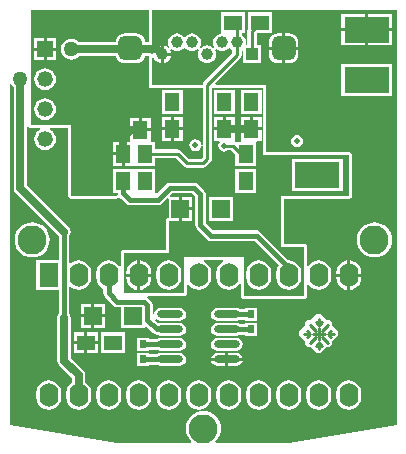
<source format=gtl>
%FSLAX25Y25*%
%MOIN*%
G70*
G01*
G75*
G04 Layer_Physical_Order=1*
G04 Layer_Color=255*
%ADD10O,0.08661X0.02362*%
%ADD11R,0.05000X0.06000*%
%ADD12C,0.01500*%
%ADD13C,0.01000*%
%ADD14C,0.02500*%
%ADD15O,0.06300X0.07874*%
%ADD16R,0.06300X0.07874*%
%ADD17C,0.03937*%
G04:AMPARAMS|DCode=18|XSize=78.74mil|YSize=78.74mil|CornerRadius=19.69mil|HoleSize=0mil|Usage=FLASHONLY|Rotation=180.000|XOffset=0mil|YOffset=0mil|HoleType=Round|Shape=RoundedRectangle|*
%AMROUNDEDRECTD18*
21,1,0.07874,0.03937,0,0,180.0*
21,1,0.03937,0.07874,0,0,180.0*
1,1,0.03937,-0.01969,0.01969*
1,1,0.03937,0.01969,0.01969*
1,1,0.03937,0.01969,-0.01969*
1,1,0.03937,-0.01969,-0.01969*
%
%ADD18ROUNDEDRECTD18*%
%ADD19R,0.03937X0.03937*%
%ADD20C,0.05200*%
%ADD21R,0.05200X0.05200*%
%ADD22R,0.02000X0.02500*%
%ADD23R,0.06000X0.06000*%
%ADD24R,0.06000X0.05000*%
%ADD25R,0.15000X0.08500*%
%ADD26C,0.09700*%
%ADD27C,0.05000*%
%ADD28C,0.02000*%
G36*
X48500Y135074D02*
X47118D01*
X47021Y135807D01*
X46724Y136524D01*
X46252Y137140D01*
X45636Y137613D01*
X44918Y137910D01*
X44149Y138011D01*
X40212D01*
X39442Y137910D01*
X38725Y137613D01*
X38109Y137140D01*
X37636Y136524D01*
X37339Y135807D01*
X37242Y135074D01*
X25142D01*
X24982Y135282D01*
X24255Y135840D01*
X23408Y136190D01*
X22500Y136310D01*
X21591Y136190D01*
X20745Y135840D01*
X20018Y135282D01*
X19460Y134555D01*
X19110Y133709D01*
X18990Y132800D01*
X19110Y131892D01*
X19460Y131045D01*
X20018Y130318D01*
X20745Y129760D01*
X21591Y129410D01*
X22500Y129290D01*
X23408Y129410D01*
X24255Y129760D01*
X24982Y130318D01*
X25142Y130526D01*
X37313D01*
X37339Y130330D01*
X37636Y129613D01*
X38109Y128997D01*
X38725Y128525D01*
X39442Y128227D01*
X40212Y128126D01*
X44149D01*
X44918Y128227D01*
X45636Y128525D01*
X46252Y128997D01*
X46724Y129613D01*
X47021Y130330D01*
X47047Y130526D01*
X48500D01*
Y120000D01*
X66291D01*
Y100977D01*
X65793Y100928D01*
X65793D01*
Y100928D01*
D01*
X65665Y101573D01*
X65228Y102227D01*
X64573Y102665D01*
X63800Y102819D01*
X63027Y102665D01*
X62372Y102227D01*
X61935Y101573D01*
X61781Y100800D01*
X61935Y100027D01*
X62372Y99373D01*
X63027Y98935D01*
X63800Y98781D01*
X64573Y98935D01*
X65228Y99373D01*
X65665Y100027D01*
X65793Y100672D01*
X66291Y100623D01*
Y96925D01*
X65675Y96309D01*
X61625D01*
X58967Y98967D01*
X58477Y99294D01*
X57900Y99409D01*
X50480D01*
Y101880D01*
X49000D01*
Y101880D01*
Y102000D01*
X49000Y102234D01*
X49000Y102234D01*
X49000D01*
Y105500D01*
X42000D01*
Y102254D01*
X42000Y102254D01*
X42000D01*
X42000Y102000D01*
X41900Y101900D01*
X40300D01*
Y97900D01*
Y93900D01*
X43166D01*
X43166Y93900D01*
Y93900D01*
X43300Y93900D01*
X43520Y93920D01*
X43520D01*
X43654Y93920D01*
X43654Y93920D01*
Y93920D01*
X50480D01*
Y96391D01*
X57275D01*
X59933Y93733D01*
X60422Y93406D01*
X61000Y93291D01*
X66300D01*
X66878Y93406D01*
X67367Y93733D01*
X67367Y93733D01*
X67367Y93733D01*
X68867Y95233D01*
X68867Y95233D01*
X68867Y95233D01*
X69194Y95723D01*
X69309Y96300D01*
Y120000D01*
X86500D01*
Y97500D01*
X115000D01*
Y84000D01*
X92500D01*
Y67000D01*
X100000D01*
Y50500D01*
X80000D01*
Y63500D01*
X60000D01*
Y51500D01*
X40000D01*
Y65000D01*
X55000D01*
Y75650D01*
X58350D01*
Y79650D01*
Y83650D01*
X55498D01*
X55307Y84112D01*
X55931Y84736D01*
X62669D01*
X63736Y83669D01*
Y74200D01*
X63736Y74200D01*
X63736D01*
X63870Y73525D01*
X64253Y72953D01*
X67853Y69353D01*
X68425Y68970D01*
X69100Y68836D01*
X83475D01*
X91574Y60737D01*
X91292Y60370D01*
X90876Y59365D01*
X90734Y58287D01*
Y56713D01*
X90876Y55635D01*
X91292Y54630D01*
X91954Y53767D01*
X92817Y53105D01*
X93822Y52689D01*
X94900Y52547D01*
X95978Y52689D01*
X96983Y53105D01*
X97846Y53767D01*
X98508Y54630D01*
X98924Y55635D01*
X99066Y56713D01*
Y58287D01*
X98924Y59365D01*
X98508Y60370D01*
X97846Y61233D01*
X96983Y61895D01*
X95978Y62311D01*
X94900Y62453D01*
X94854Y62446D01*
X85453Y71847D01*
X84881Y72230D01*
X84206Y72364D01*
X69831D01*
X67264Y74931D01*
Y84400D01*
X67130Y85075D01*
X66747Y85647D01*
X64647Y87747D01*
X64075Y88130D01*
X63400Y88264D01*
X55200D01*
X54525Y88130D01*
X53953Y87747D01*
X50942Y84737D01*
X50480Y84928D01*
Y92880D01*
X43634D01*
X43634Y92880D01*
Y92880D01*
X43520Y92880D01*
X43400D01*
X43280D01*
X43166Y92880D01*
X43166Y92880D01*
Y92880D01*
X36320D01*
Y84920D01*
X38036D01*
Y84800D01*
X38118Y84386D01*
X37801Y84000D01*
X22500D01*
Y107500D01*
X9000D01*
Y122724D01*
X9010Y122800D01*
X9000Y122876D01*
Y145783D01*
X48500D01*
Y135074D01*
D02*
G37*
G36*
X130983Y7622D02*
X95140Y1617D01*
X70675D01*
X70507Y2088D01*
X70592Y2158D01*
X71321Y3045D01*
X71862Y4058D01*
X72196Y5157D01*
X72308Y6300D01*
X72196Y7443D01*
X71862Y8542D01*
X71321Y9555D01*
X70592Y10442D01*
X69705Y11171D01*
X68692Y11712D01*
X67593Y12046D01*
X66450Y12158D01*
X65307Y12046D01*
X64208Y11712D01*
X63195Y11171D01*
X62308Y10442D01*
X61579Y9555D01*
X61038Y8542D01*
X60704Y7443D01*
X60592Y6300D01*
X60704Y5157D01*
X61038Y4058D01*
X61579Y3045D01*
X62308Y2158D01*
X62393Y2088D01*
X62225Y1617D01*
X37760D01*
X1917Y7622D01*
Y121075D01*
X2407Y121173D01*
X2460Y121045D01*
X3018Y120318D01*
X3226Y120158D01*
Y86500D01*
X3226Y86500D01*
X3226D01*
X3399Y85630D01*
X3892Y84892D01*
X18236Y70548D01*
Y62417D01*
X10770D01*
Y52583D01*
X18236D01*
Y44674D01*
X17899Y44170D01*
X17726Y43300D01*
Y29000D01*
X17726Y29000D01*
X17726D01*
X17899Y28130D01*
X18392Y27392D01*
X22626Y23158D01*
Y21748D01*
X21954Y21233D01*
X21292Y20370D01*
X20876Y19365D01*
X20734Y18287D01*
Y16713D01*
X20876Y15635D01*
X21292Y14630D01*
X21954Y13767D01*
X22817Y13105D01*
X23822Y12689D01*
X24900Y12547D01*
X25978Y12689D01*
X26983Y13105D01*
X27845Y13767D01*
X28508Y14630D01*
X28924Y15635D01*
X29066Y16713D01*
Y18287D01*
X28924Y19365D01*
X28508Y20370D01*
X27845Y21233D01*
X27174Y21748D01*
Y24100D01*
X27001Y24970D01*
X26508Y25708D01*
X22274Y29942D01*
Y43300D01*
X22101Y44170D01*
X21764Y44674D01*
Y53348D01*
X22212Y53570D01*
X22817Y53105D01*
X23822Y52689D01*
X24900Y52547D01*
X25978Y52689D01*
X26983Y53105D01*
X27845Y53767D01*
X28508Y54630D01*
X28924Y55635D01*
X29066Y56713D01*
Y58287D01*
X28924Y59365D01*
X28508Y60370D01*
X27845Y61233D01*
X26983Y61895D01*
X25978Y62311D01*
X24900Y62453D01*
X23822Y62311D01*
X22817Y61895D01*
X22212Y61430D01*
X21764Y61652D01*
Y70626D01*
X22101Y71130D01*
X22274Y72000D01*
X22101Y72870D01*
X21608Y73608D01*
X7774Y87442D01*
Y106710D01*
X8252Y106855D01*
X8293Y106793D01*
X8618Y106577D01*
X9000Y106501D01*
X11998D01*
X12096Y106010D01*
X11895Y105927D01*
X11147Y105353D01*
X10573Y104605D01*
X10212Y103735D01*
X10089Y102800D01*
X10212Y101865D01*
X10573Y100995D01*
X11147Y100247D01*
X11895Y99673D01*
X12765Y99312D01*
X13700Y99189D01*
X14635Y99312D01*
X15505Y99673D01*
X16253Y100247D01*
X16827Y100995D01*
X17188Y101865D01*
X17311Y102800D01*
X17188Y103735D01*
X16827Y104605D01*
X16253Y105353D01*
X15505Y105927D01*
X15304Y106010D01*
X15402Y106501D01*
X21501D01*
Y84000D01*
X21577Y83618D01*
X21793Y83293D01*
X22118Y83077D01*
X22500Y83001D01*
X37801D01*
X37850Y83011D01*
X37899Y83006D01*
X38040Y83048D01*
X38184Y83077D01*
X38225Y83104D01*
X38272Y83119D01*
X38386Y83212D01*
X38508Y83293D01*
X39425Y82681D01*
X40853Y81253D01*
X41425Y80870D01*
X42100Y80736D01*
X51200D01*
X51875Y80870D01*
X52447Y81253D01*
X52447Y81253D01*
X52447Y81253D01*
X54251Y83056D01*
X54602Y83022D01*
X54791Y82943D01*
X54791Y82943D01*
X54791Y82943D01*
X54856Y82900D01*
X54870Y82891D01*
Y76623D01*
X54618Y76573D01*
X54294Y76357D01*
X54077Y76032D01*
X54001Y75650D01*
Y65999D01*
X40000D01*
X39618Y65923D01*
X39294Y65706D01*
X39077Y65382D01*
X39001Y65000D01*
Y60461D01*
X38510Y60363D01*
X38508Y60370D01*
X37846Y61233D01*
X36983Y61895D01*
X35978Y62311D01*
X34900Y62453D01*
X33822Y62311D01*
X32817Y61895D01*
X31955Y61233D01*
X31293Y60370D01*
X30876Y59365D01*
X30734Y58287D01*
Y56713D01*
X30876Y55635D01*
X31293Y54630D01*
X31955Y53767D01*
X32817Y53105D01*
X33136Y52973D01*
Y51500D01*
X33136Y51500D01*
X33136D01*
X33270Y50825D01*
X33653Y50253D01*
X36573Y47333D01*
X37145Y46950D01*
X37820Y46816D01*
X39070D01*
Y39870D01*
X47030D01*
Y40122D01*
X47492Y40314D01*
X49653Y38153D01*
X50225Y37770D01*
X50900Y37636D01*
X50940Y37644D01*
X51358Y37364D01*
X52202Y37197D01*
X58501D01*
X59344Y37364D01*
X60059Y37842D01*
X60536Y38557D01*
X60704Y39400D01*
X60536Y40243D01*
X60059Y40958D01*
X59344Y41436D01*
X58501Y41603D01*
X52202D01*
X51359Y41436D01*
X50365Y42430D01*
X50682Y42816D01*
X51358Y42364D01*
X52202Y42197D01*
X58501D01*
X59344Y42364D01*
X60059Y42842D01*
X60536Y43557D01*
X60704Y44400D01*
X60536Y45243D01*
X60059Y45958D01*
X59344Y46436D01*
X58501Y46603D01*
X52202D01*
X51358Y46436D01*
X50643Y45958D01*
X50166Y45243D01*
X50042Y44618D01*
X49544Y44667D01*
Y47567D01*
X49410Y48242D01*
X49027Y48814D01*
X48014Y49827D01*
X47722Y50022D01*
X47867Y50501D01*
X60000D01*
X60382Y50577D01*
X60707Y50793D01*
X60923Y51118D01*
X60999Y51500D01*
Y54235D01*
X61473Y54395D01*
X61954Y53767D01*
X62817Y53105D01*
X63822Y52689D01*
X64900Y52547D01*
X65978Y52689D01*
X66983Y53105D01*
X67846Y53767D01*
X68508Y54630D01*
X68924Y55635D01*
X69066Y56713D01*
Y58287D01*
X68924Y59365D01*
X68508Y60370D01*
X67846Y61233D01*
X66983Y61895D01*
X66703Y62010D01*
X66801Y62501D01*
X72999D01*
X73097Y62010D01*
X72817Y61895D01*
X71954Y61233D01*
X71292Y60370D01*
X70876Y59365D01*
X70734Y58287D01*
Y56713D01*
X70876Y55635D01*
X71292Y54630D01*
X71954Y53767D01*
X72817Y53105D01*
X73822Y52689D01*
X74900Y52547D01*
X75978Y52689D01*
X76983Y53105D01*
X77846Y53767D01*
X78508Y54630D01*
X78510Y54637D01*
X79001Y54540D01*
Y50500D01*
X79077Y50118D01*
X79294Y49793D01*
X79618Y49577D01*
X80000Y49501D01*
X100000D01*
X100382Y49577D01*
X100707Y49793D01*
X100923Y50118D01*
X100999Y50500D01*
Y54235D01*
X101473Y54395D01*
X101954Y53767D01*
X102817Y53105D01*
X103822Y52689D01*
X104900Y52547D01*
X105978Y52689D01*
X106983Y53105D01*
X107846Y53767D01*
X108508Y54630D01*
X108924Y55635D01*
X109066Y56713D01*
Y58287D01*
X108924Y59365D01*
X108508Y60370D01*
X107846Y61233D01*
X106983Y61895D01*
X105978Y62311D01*
X104900Y62453D01*
X103822Y62311D01*
X102817Y61895D01*
X101954Y61233D01*
X101473Y60605D01*
X100999Y60765D01*
Y67000D01*
X100923Y67382D01*
X100707Y67707D01*
X100382Y67923D01*
X100000Y67999D01*
X93499D01*
Y83001D01*
X115000D01*
X115382Y83077D01*
X115707Y83293D01*
X115923Y83618D01*
X115999Y84000D01*
Y97500D01*
X115923Y97882D01*
X115707Y98207D01*
X115382Y98423D01*
X115000Y98499D01*
X87499D01*
Y120000D01*
X87423Y120382D01*
X87207Y120706D01*
X86882Y120923D01*
X86500Y120999D01*
X70587D01*
X70395Y121461D01*
X78759Y129825D01*
X78759Y129825D01*
X78978Y130152D01*
X79086Y130315D01*
X79201Y130892D01*
X79201Y130892D01*
Y132123D01*
X79626Y132388D01*
X79744Y132329D01*
Y128152D01*
X85641D01*
Y134048D01*
X84201D01*
Y138120D01*
X89280D01*
Y145080D01*
X81320D01*
Y139602D01*
X81298Y139570D01*
X81183Y138992D01*
Y134453D01*
X80715Y134276D01*
X80585Y134424D01*
X80666Y135037D01*
X80565Y135807D01*
X80268Y136524D01*
X79795Y137140D01*
X79201Y137596D01*
Y138120D01*
X80280D01*
Y145080D01*
X72320D01*
Y138120D01*
X72320D01*
Y137962D01*
X71922Y137910D01*
X71205Y137612D01*
X70589Y137140D01*
X70117Y136524D01*
X69820Y135807D01*
X69718Y135037D01*
X69820Y134267D01*
X70108Y133572D01*
X69711Y133267D01*
X69179Y133676D01*
X68462Y133973D01*
X67692Y134074D01*
X66922Y133973D01*
X66205Y133676D01*
X65673Y133267D01*
X65277Y133572D01*
X65565Y134267D01*
X65666Y135037D01*
X65565Y135807D01*
X65268Y136524D01*
X64795Y137140D01*
X64179Y137612D01*
X63462Y137910D01*
X62692Y138011D01*
X61923Y137910D01*
X61205Y137612D01*
X60589Y137140D01*
X60442Y136948D01*
X59942D01*
X59795Y137140D01*
X59179Y137612D01*
X58462Y137910D01*
X57692Y138011D01*
X56923Y137910D01*
X56205Y137612D01*
X55589Y137140D01*
X55117Y136524D01*
X54820Y135807D01*
X54718Y135037D01*
X54820Y134267D01*
X55092Y133609D01*
X54696Y133304D01*
X54189Y133693D01*
X53467Y133992D01*
X53192Y134028D01*
Y131600D01*
X55620D01*
X55584Y131875D01*
X55309Y132541D01*
X55705Y132845D01*
X56205Y132462D01*
X56923Y132164D01*
X57692Y132063D01*
X58462Y132164D01*
X59179Y132462D01*
X59795Y132934D01*
X59942Y133126D01*
X60442D01*
X60589Y132934D01*
X61205Y132462D01*
X61923Y132164D01*
X62692Y132063D01*
X63462Y132164D01*
X64179Y132462D01*
X64711Y132870D01*
X65108Y132565D01*
X64820Y131870D01*
X64718Y131100D01*
X64820Y130330D01*
X65117Y129613D01*
X65589Y128997D01*
X66205Y128524D01*
X66922Y128227D01*
X67692Y128126D01*
X68462Y128227D01*
X69179Y128524D01*
X69795Y128997D01*
X70268Y129613D01*
X70565Y130330D01*
X70666Y131100D01*
X70565Y131870D01*
X70277Y132565D01*
X70673Y132870D01*
X71205Y132462D01*
X71922Y132164D01*
X72692Y132063D01*
X73462Y132164D01*
X74179Y132462D01*
X74795Y132934D01*
X74942Y133126D01*
X75442D01*
X75589Y132934D01*
X76183Y132478D01*
Y131517D01*
X66733Y122067D01*
X66406Y121578D01*
X66291Y121000D01*
Y120999D01*
X49499D01*
Y129770D01*
X49990Y129867D01*
X50099Y129603D01*
X50575Y128983D01*
X51195Y128507D01*
X51917Y128208D01*
X52192Y128172D01*
Y131100D01*
Y134028D01*
X51917Y133992D01*
X51195Y133693D01*
X50575Y133217D01*
X50099Y132597D01*
X49800Y131875D01*
X49724Y131300D01*
X49237Y131187D01*
X49207Y131233D01*
X48882Y131449D01*
X48500Y131526D01*
X47143D01*
Y132569D01*
X37218D01*
Y131526D01*
X26242D01*
X25912Y131901D01*
X25964Y132300D01*
X22500D01*
Y133300D01*
X25964D01*
X25912Y133699D01*
X26242Y134074D01*
X37218D01*
Y133569D01*
X47143D01*
Y134074D01*
X48500D01*
X48882Y134151D01*
X49207Y134367D01*
X49423Y134691D01*
X49499Y135074D01*
Y145783D01*
X130983D01*
Y7622D01*
D02*
G37*
%LPC*%
G36*
X29050Y47850D02*
X25550D01*
Y44350D01*
X29050D01*
Y47850D01*
D02*
G37*
G36*
X104900Y44509D02*
X104323Y44394D01*
X103833Y44067D01*
X103506Y43578D01*
X103475Y43424D01*
X103323Y43394D01*
X102833Y43067D01*
X102506Y42577D01*
X102288Y42432D01*
X101900Y42509D01*
X101322Y42394D01*
X100833Y42067D01*
X100506Y41578D01*
X100391Y41000D01*
X100504Y40430D01*
X100322Y40394D01*
X99833Y40067D01*
X99506Y39577D01*
X99476Y39424D01*
X99322Y39394D01*
X98833Y39067D01*
X98506Y38577D01*
X98391Y38000D01*
X98506Y37422D01*
X98833Y36933D01*
X99322Y36606D01*
X99476Y36575D01*
X99506Y36423D01*
X99833Y35933D01*
X100322Y35606D01*
X100504Y35570D01*
X100391Y35000D01*
X100506Y34422D01*
X100833Y33933D01*
X101322Y33606D01*
X101900Y33491D01*
X102288Y33568D01*
X102506Y33422D01*
X102833Y32933D01*
X103323Y32606D01*
X103475Y32576D01*
X103506Y32423D01*
X103833Y31933D01*
X104323Y31606D01*
X104900Y31491D01*
X105477Y31606D01*
X105967Y31933D01*
X106294Y32423D01*
X106325Y32576D01*
X106477Y32606D01*
X106967Y32933D01*
X107294Y33422D01*
X107294Y33422D01*
Y33422D01*
X107512Y33568D01*
X107900Y33491D01*
X108477Y33606D01*
X108967Y33933D01*
X109294Y34422D01*
X109409Y35000D01*
X109332Y35388D01*
X109477Y35606D01*
X109477D01*
X109477Y35606D01*
X109967Y35933D01*
X110294Y36423D01*
X110325Y36575D01*
X110477Y36606D01*
X110967Y36933D01*
X111294Y37422D01*
X111409Y38000D01*
X111294Y38577D01*
X110967Y39067D01*
X110477Y39394D01*
X110325Y39424D01*
X110294Y39577D01*
X109967Y40067D01*
X109477Y40394D01*
X109477Y40394D01*
X109477D01*
X109332Y40612D01*
X109409Y41000D01*
X109294Y41578D01*
X108967Y42067D01*
X108477Y42394D01*
X107900Y42509D01*
X107512Y42432D01*
X107294Y42577D01*
Y42577D01*
X107294Y42577D01*
X106967Y43067D01*
X106477Y43394D01*
X106325Y43424D01*
X106294Y43578D01*
X105967Y44067D01*
X105477Y44394D01*
X104900Y44509D01*
D02*
G37*
G36*
X84380Y46630D02*
X80420D01*
Y46164D01*
X78648D01*
X78242Y46436D01*
X77398Y46603D01*
X71099D01*
X70256Y46436D01*
X69541Y45958D01*
X69064Y45243D01*
X68896Y44400D01*
X69064Y43557D01*
X69541Y42842D01*
X70256Y42364D01*
X71099Y42197D01*
X77398D01*
X78242Y42364D01*
X78648Y42636D01*
X80420D01*
Y42170D01*
X84380D01*
Y46630D01*
D02*
G37*
G36*
X33550Y47850D02*
X30050D01*
Y44350D01*
X33550D01*
Y47850D01*
D02*
G37*
G36*
X31300Y38500D02*
X27800D01*
Y35500D01*
X31300D01*
Y38500D01*
D02*
G37*
G36*
X26800D02*
X23300D01*
Y35500D01*
X26800D01*
Y38500D01*
D02*
G37*
G36*
X29050Y43350D02*
X25550D01*
Y39850D01*
X29050D01*
Y43350D01*
D02*
G37*
G36*
X84380Y41630D02*
X80420D01*
Y41164D01*
X78648D01*
X78242Y41436D01*
X77398Y41603D01*
X71099D01*
X70256Y41436D01*
X69541Y40958D01*
X69064Y40243D01*
X68896Y39400D01*
X69064Y38557D01*
X69541Y37842D01*
X70256Y37364D01*
X71099Y37197D01*
X77398D01*
X78242Y37364D01*
X78648Y37636D01*
X80420D01*
Y37170D01*
X84380D01*
Y41630D01*
D02*
G37*
G36*
X33550Y43350D02*
X30050D01*
Y39850D01*
X33550D01*
Y43350D01*
D02*
G37*
G36*
X44400Y62407D02*
X43817Y62330D01*
X42807Y61912D01*
X41940Y61247D01*
X41275Y60380D01*
X40857Y59370D01*
X40714Y58287D01*
Y58000D01*
X44400D01*
Y62407D01*
D02*
G37*
G36*
X119086Y57000D02*
X115400D01*
Y52593D01*
X115983Y52670D01*
X116993Y53088D01*
X117860Y53753D01*
X118525Y54620D01*
X118943Y55630D01*
X119086Y56713D01*
Y57000D01*
D02*
G37*
G36*
X45400Y62407D02*
Y58000D01*
X49086D01*
Y58287D01*
X48943Y59370D01*
X48525Y60380D01*
X47860Y61247D01*
X46993Y61912D01*
X45983Y62330D01*
X45400Y62407D01*
D02*
G37*
G36*
X115400D02*
Y58000D01*
X119086D01*
Y58287D01*
X118943Y59370D01*
X118525Y60380D01*
X117860Y61247D01*
X116993Y61912D01*
X115983Y62330D01*
X115400Y62407D01*
D02*
G37*
G36*
X114400D02*
X113817Y62330D01*
X112807Y61912D01*
X111940Y61247D01*
X111275Y60380D01*
X110857Y59370D01*
X110714Y58287D01*
Y58000D01*
X114400D01*
Y62407D01*
D02*
G37*
G36*
X84900Y62453D02*
X83822Y62311D01*
X82817Y61895D01*
X81954Y61233D01*
X81292Y60370D01*
X80876Y59365D01*
X80734Y58287D01*
Y56713D01*
X80876Y55635D01*
X81292Y54630D01*
X81954Y53767D01*
X82817Y53105D01*
X83822Y52689D01*
X84900Y52547D01*
X85978Y52689D01*
X86983Y53105D01*
X87846Y53767D01*
X88508Y54630D01*
X88924Y55635D01*
X89066Y56713D01*
Y58287D01*
X88924Y59365D01*
X88508Y60370D01*
X87846Y61233D01*
X86983Y61895D01*
X85978Y62311D01*
X84900Y62453D01*
D02*
G37*
G36*
X54900D02*
X53822Y62311D01*
X52817Y61895D01*
X51954Y61233D01*
X51292Y60370D01*
X50876Y59365D01*
X50734Y58287D01*
Y56713D01*
X50876Y55635D01*
X51292Y54630D01*
X51954Y53767D01*
X52817Y53105D01*
X53822Y52689D01*
X54900Y52547D01*
X55978Y52689D01*
X56983Y53105D01*
X57846Y53767D01*
X58508Y54630D01*
X58924Y55635D01*
X59066Y56713D01*
Y58287D01*
X58924Y59365D01*
X58508Y60370D01*
X57846Y61233D01*
X56983Y61895D01*
X55978Y62311D01*
X54900Y62453D01*
D02*
G37*
G36*
X44400Y57000D02*
X40714D01*
Y56713D01*
X40857Y55630D01*
X41275Y54620D01*
X41940Y53753D01*
X42807Y53088D01*
X43817Y52670D01*
X44400Y52593D01*
Y57000D01*
D02*
G37*
G36*
X114400D02*
X110714D01*
Y56713D01*
X110857Y55630D01*
X111275Y54620D01*
X111940Y53753D01*
X112807Y53088D01*
X113817Y52670D01*
X114400Y52593D01*
Y57000D01*
D02*
G37*
G36*
X49086D02*
X45400D01*
Y52593D01*
X45983Y52670D01*
X46993Y53088D01*
X47860Y53753D01*
X48525Y54620D01*
X48943Y55630D01*
X49086Y56713D01*
Y57000D01*
D02*
G37*
G36*
X77398Y36603D02*
X71099D01*
X70256Y36436D01*
X69541Y35958D01*
X69064Y35243D01*
X68896Y34400D01*
X69064Y33557D01*
X69541Y32842D01*
X70256Y32364D01*
X71099Y32197D01*
X77398D01*
X78242Y32364D01*
X78957Y32842D01*
X79434Y33557D01*
X79602Y34400D01*
X79434Y35243D01*
X78957Y35958D01*
X78242Y36436D01*
X77398Y36603D01*
D02*
G37*
G36*
X84900Y22453D02*
X83822Y22311D01*
X82817Y21895D01*
X81954Y21233D01*
X81292Y20370D01*
X80876Y19365D01*
X80734Y18287D01*
Y16713D01*
X80876Y15635D01*
X81292Y14630D01*
X81954Y13767D01*
X82817Y13105D01*
X83822Y12689D01*
X84900Y12547D01*
X85978Y12689D01*
X86983Y13105D01*
X87846Y13767D01*
X88508Y14630D01*
X88924Y15635D01*
X89066Y16713D01*
Y18287D01*
X88924Y19365D01*
X88508Y20370D01*
X87846Y21233D01*
X86983Y21895D01*
X85978Y22311D01*
X84900Y22453D01*
D02*
G37*
G36*
X74900D02*
X73822Y22311D01*
X72817Y21895D01*
X71954Y21233D01*
X71292Y20370D01*
X70876Y19365D01*
X70734Y18287D01*
Y16713D01*
X70876Y15635D01*
X71292Y14630D01*
X71954Y13767D01*
X72817Y13105D01*
X73822Y12689D01*
X74900Y12547D01*
X75978Y12689D01*
X76983Y13105D01*
X77846Y13767D01*
X78508Y14630D01*
X78924Y15635D01*
X79066Y16713D01*
Y18287D01*
X78924Y19365D01*
X78508Y20370D01*
X77846Y21233D01*
X76983Y21895D01*
X75978Y22311D01*
X74900Y22453D01*
D02*
G37*
G36*
X104900D02*
X103822Y22311D01*
X102817Y21895D01*
X101954Y21233D01*
X101292Y20370D01*
X100876Y19365D01*
X100734Y18287D01*
Y16713D01*
X100876Y15635D01*
X101292Y14630D01*
X101954Y13767D01*
X102817Y13105D01*
X103822Y12689D01*
X104900Y12547D01*
X105978Y12689D01*
X106983Y13105D01*
X107846Y13767D01*
X108508Y14630D01*
X108924Y15635D01*
X109066Y16713D01*
Y18287D01*
X108924Y19365D01*
X108508Y20370D01*
X107846Y21233D01*
X106983Y21895D01*
X105978Y22311D01*
X104900Y22453D01*
D02*
G37*
G36*
X94900D02*
X93822Y22311D01*
X92817Y21895D01*
X91954Y21233D01*
X91292Y20370D01*
X90876Y19365D01*
X90734Y18287D01*
Y16713D01*
X90876Y15635D01*
X91292Y14630D01*
X91954Y13767D01*
X92817Y13105D01*
X93822Y12689D01*
X94900Y12547D01*
X95978Y12689D01*
X96983Y13105D01*
X97846Y13767D01*
X98508Y14630D01*
X98924Y15635D01*
X99066Y16713D01*
Y18287D01*
X98924Y19365D01*
X98508Y20370D01*
X97846Y21233D01*
X96983Y21895D01*
X95978Y22311D01*
X94900Y22453D01*
D02*
G37*
G36*
X64900D02*
X63822Y22311D01*
X62817Y21895D01*
X61954Y21233D01*
X61292Y20370D01*
X60876Y19365D01*
X60734Y18287D01*
Y16713D01*
X60876Y15635D01*
X61292Y14630D01*
X61954Y13767D01*
X62817Y13105D01*
X63822Y12689D01*
X64900Y12547D01*
X65978Y12689D01*
X66983Y13105D01*
X67846Y13767D01*
X68508Y14630D01*
X68924Y15635D01*
X69066Y16713D01*
Y18287D01*
X68924Y19365D01*
X68508Y20370D01*
X67846Y21233D01*
X66983Y21895D01*
X65978Y22311D01*
X64900Y22453D01*
D02*
G37*
G36*
X34900D02*
X33822Y22311D01*
X32817Y21895D01*
X31955Y21233D01*
X31293Y20370D01*
X30876Y19365D01*
X30734Y18287D01*
Y16713D01*
X30876Y15635D01*
X31293Y14630D01*
X31955Y13767D01*
X32817Y13105D01*
X33822Y12689D01*
X34900Y12547D01*
X35978Y12689D01*
X36983Y13105D01*
X37846Y13767D01*
X38508Y14630D01*
X38924Y15635D01*
X39066Y16713D01*
Y18287D01*
X38924Y19365D01*
X38508Y20370D01*
X37846Y21233D01*
X36983Y21895D01*
X35978Y22311D01*
X34900Y22453D01*
D02*
G37*
G36*
X14900D02*
X13822Y22311D01*
X12817Y21895D01*
X11954Y21233D01*
X11292Y20370D01*
X10876Y19365D01*
X10734Y18287D01*
Y16713D01*
X10876Y15635D01*
X11292Y14630D01*
X11954Y13767D01*
X12817Y13105D01*
X13822Y12689D01*
X14900Y12547D01*
X15978Y12689D01*
X16983Y13105D01*
X17846Y13767D01*
X18508Y14630D01*
X18924Y15635D01*
X19066Y16713D01*
Y18287D01*
X18924Y19365D01*
X18508Y20370D01*
X17846Y21233D01*
X16983Y21895D01*
X15978Y22311D01*
X14900Y22453D01*
D02*
G37*
G36*
X54900D02*
X53822Y22311D01*
X52817Y21895D01*
X51954Y21233D01*
X51292Y20370D01*
X50876Y19365D01*
X50734Y18287D01*
Y16713D01*
X50876Y15635D01*
X51292Y14630D01*
X51954Y13767D01*
X52817Y13105D01*
X53822Y12689D01*
X54900Y12547D01*
X55978Y12689D01*
X56983Y13105D01*
X57846Y13767D01*
X58508Y14630D01*
X58924Y15635D01*
X59066Y16713D01*
Y18287D01*
X58924Y19365D01*
X58508Y20370D01*
X57846Y21233D01*
X56983Y21895D01*
X55978Y22311D01*
X54900Y22453D01*
D02*
G37*
G36*
X44900D02*
X43822Y22311D01*
X42817Y21895D01*
X41954Y21233D01*
X41293Y20370D01*
X40876Y19365D01*
X40734Y18287D01*
Y16713D01*
X40876Y15635D01*
X41293Y14630D01*
X41954Y13767D01*
X42817Y13105D01*
X43822Y12689D01*
X44900Y12547D01*
X45978Y12689D01*
X46983Y13105D01*
X47846Y13767D01*
X48507Y14630D01*
X48924Y15635D01*
X49066Y16713D01*
Y18287D01*
X48924Y19365D01*
X48507Y20370D01*
X47846Y21233D01*
X46983Y21895D01*
X45978Y22311D01*
X44900Y22453D01*
D02*
G37*
G36*
X114900D02*
X113822Y22311D01*
X112817Y21895D01*
X111954Y21233D01*
X111293Y20370D01*
X110876Y19365D01*
X110734Y18287D01*
Y16713D01*
X110876Y15635D01*
X111293Y14630D01*
X111954Y13767D01*
X112817Y13105D01*
X113822Y12689D01*
X114900Y12547D01*
X115978Y12689D01*
X116983Y13105D01*
X117846Y13767D01*
X118508Y14630D01*
X118924Y15635D01*
X119066Y16713D01*
Y18287D01*
X118924Y19365D01*
X118508Y20370D01*
X117846Y21233D01*
X116983Y21895D01*
X115978Y22311D01*
X114900Y22453D01*
D02*
G37*
G36*
X31300Y34500D02*
X27800D01*
Y31500D01*
X31300D01*
Y34500D01*
D02*
G37*
G36*
X26800D02*
X23300D01*
Y31500D01*
X26800D01*
Y34500D01*
D02*
G37*
G36*
X48280Y36630D02*
X44320D01*
Y32170D01*
X48280D01*
Y32636D01*
X50952D01*
X51358Y32364D01*
X52202Y32197D01*
X58501D01*
X59344Y32364D01*
X60059Y32842D01*
X60536Y33557D01*
X60704Y34400D01*
X60536Y35243D01*
X60059Y35958D01*
X59344Y36436D01*
X58501Y36603D01*
X52202D01*
X51358Y36436D01*
X50952Y36164D01*
X48280D01*
Y36630D01*
D02*
G37*
G36*
X40280Y38480D02*
X32320D01*
Y31520D01*
X40280D01*
Y38480D01*
D02*
G37*
G36*
X77398Y31624D02*
X74749D01*
Y29900D01*
X79523D01*
X79453Y30251D01*
X78971Y30972D01*
X78249Y31455D01*
X77398Y31624D01*
D02*
G37*
G36*
X79523Y28900D02*
X74749D01*
Y27176D01*
X77398D01*
X78249Y27345D01*
X78971Y27828D01*
X79453Y28549D01*
X79523Y28900D01*
D02*
G37*
G36*
X73749D02*
X68975D01*
X69045Y28549D01*
X69527Y27828D01*
X70248Y27345D01*
X71099Y27176D01*
X73749D01*
Y28900D01*
D02*
G37*
G36*
Y31624D02*
X71099D01*
X70248Y31455D01*
X69527Y30972D01*
X69045Y30251D01*
X68975Y29900D01*
X73749D01*
Y31624D01*
D02*
G37*
G36*
X48280Y31630D02*
X44320D01*
Y27170D01*
X48280D01*
Y27636D01*
X50952D01*
X51358Y27364D01*
X52202Y27197D01*
X58501D01*
X59344Y27364D01*
X60059Y27842D01*
X60536Y28557D01*
X60704Y29400D01*
X60536Y30243D01*
X60059Y30958D01*
X59344Y31436D01*
X58501Y31603D01*
X52202D01*
X51358Y31436D01*
X50952Y31164D01*
X48280D01*
Y31630D01*
D02*
G37*
G36*
X9380Y75058D02*
X8237Y74946D01*
X7138Y74612D01*
X6125Y74071D01*
X5238Y73342D01*
X4509Y72455D01*
X3968Y71442D01*
X3634Y70343D01*
X3522Y69200D01*
X3634Y68057D01*
X3968Y66958D01*
X4509Y65945D01*
X5238Y65058D01*
X6125Y64329D01*
X7138Y63788D01*
X8237Y63454D01*
X9380Y63342D01*
X10523Y63454D01*
X11622Y63788D01*
X12635Y64329D01*
X13522Y65058D01*
X14251Y65945D01*
X14792Y66958D01*
X15126Y68057D01*
X15238Y69200D01*
X15126Y70343D01*
X14792Y71442D01*
X14251Y72455D01*
X13522Y73342D01*
X12635Y74071D01*
X11622Y74612D01*
X10523Y74946D01*
X9380Y75058D01*
D02*
G37*
G36*
X92704Y132569D02*
X88241D01*
Y131100D01*
X88343Y130325D01*
X88643Y129603D01*
X89118Y128983D01*
X89738Y128507D01*
X90460Y128208D01*
X91236Y128106D01*
X92704D01*
Y132569D01*
D02*
G37*
G36*
X13700Y126411D02*
X12765Y126288D01*
X11895Y125927D01*
X11147Y125353D01*
X10573Y124605D01*
X10212Y123735D01*
X10089Y122800D01*
X10212Y121865D01*
X10573Y120995D01*
X11147Y120247D01*
X11895Y119673D01*
X12765Y119312D01*
X13700Y119189D01*
X14635Y119312D01*
X15505Y119673D01*
X16253Y120247D01*
X16827Y120995D01*
X17188Y121865D01*
X17311Y122800D01*
X17188Y123735D01*
X16827Y124605D01*
X16253Y125353D01*
X15505Y125927D01*
X14635Y126288D01*
X13700Y126411D01*
D02*
G37*
G36*
X55620Y130600D02*
X53192D01*
Y128172D01*
X53467Y128208D01*
X54189Y128507D01*
X54809Y128983D01*
X55285Y129603D01*
X55584Y130325D01*
X55620Y130600D01*
D02*
G37*
G36*
X98167Y132569D02*
X93704D01*
Y128106D01*
X95173D01*
X95947Y128208D01*
X96670Y128507D01*
X97290Y128983D01*
X97765Y129603D01*
X98065Y130325D01*
X98167Y131100D01*
Y132569D01*
D02*
G37*
G36*
X129480Y127730D02*
X112520D01*
Y117270D01*
X129480D01*
Y127730D01*
D02*
G37*
G36*
X59580Y119280D02*
X52620D01*
Y111320D01*
X59580D01*
Y119280D01*
D02*
G37*
G36*
X13700Y116411D02*
X12765Y116288D01*
X11895Y115927D01*
X11147Y115353D01*
X10573Y114605D01*
X10212Y113735D01*
X10089Y112800D01*
X10212Y111865D01*
X10573Y110995D01*
X11147Y110247D01*
X11895Y109673D01*
X12765Y109312D01*
X13700Y109189D01*
X14635Y109312D01*
X15505Y109673D01*
X16253Y110247D01*
X16827Y110995D01*
X17188Y111865D01*
X17311Y112800D01*
X17188Y113735D01*
X16827Y114605D01*
X16253Y115353D01*
X15505Y115927D01*
X14635Y116288D01*
X13700Y116411D01*
D02*
G37*
G36*
X85880Y119280D02*
X78920D01*
Y111320D01*
X85880D01*
Y119280D01*
D02*
G37*
G36*
X76880D02*
X69920D01*
Y111320D01*
X76880D01*
Y119280D01*
D02*
G37*
G36*
X13200Y132300D02*
X10100D01*
Y129200D01*
X13200D01*
Y132300D01*
D02*
G37*
G36*
X129500Y138800D02*
X121500D01*
Y134050D01*
X129500D01*
Y138800D01*
D02*
G37*
G36*
X120500D02*
X112500D01*
Y134050D01*
X120500D01*
Y138800D01*
D02*
G37*
G36*
X129500Y144550D02*
X121500D01*
Y139800D01*
X129500D01*
Y144550D01*
D02*
G37*
G36*
X120500D02*
X112500D01*
Y139800D01*
X120500D01*
Y144550D01*
D02*
G37*
G36*
X95173Y138031D02*
X93704D01*
Y133569D01*
X98167D01*
Y135037D01*
X98065Y135812D01*
X97765Y136534D01*
X97290Y137154D01*
X96670Y137630D01*
X95947Y137929D01*
X95173Y138031D01*
D02*
G37*
G36*
X13200Y136400D02*
X10100D01*
Y133300D01*
X13200D01*
Y136400D01*
D02*
G37*
G36*
X17300Y132300D02*
X14200D01*
Y129200D01*
X17300D01*
Y132300D01*
D02*
G37*
G36*
X92704Y138031D02*
X91236D01*
X90460Y137929D01*
X89738Y137630D01*
X89118Y137154D01*
X88643Y136534D01*
X88343Y135812D01*
X88241Y135037D01*
Y133569D01*
X92704D01*
Y138031D01*
D02*
G37*
G36*
X17300Y136400D02*
X14200D01*
Y133300D01*
X17300D01*
Y136400D01*
D02*
G37*
G36*
X85900Y110300D02*
X82900D01*
Y106800D01*
X85900D01*
Y110300D01*
D02*
G37*
G36*
X39300Y97400D02*
X36300D01*
Y93900D01*
X39300D01*
Y97400D01*
D02*
G37*
G36*
X112880Y96130D02*
X95920D01*
Y85670D01*
X112880D01*
Y96130D01*
D02*
G37*
G36*
X97700Y104219D02*
X96927Y104065D01*
X96272Y103628D01*
X95835Y102973D01*
X95681Y102200D01*
X95835Y101427D01*
X96272Y100773D01*
X96927Y100335D01*
X97700Y100181D01*
X98473Y100335D01*
X99128Y100773D01*
X99565Y101427D01*
X99719Y102200D01*
X99565Y102973D01*
X99128Y103628D01*
X98473Y104065D01*
X97700Y104219D01*
D02*
G37*
G36*
X39300Y101900D02*
X36300D01*
Y98400D01*
X39300D01*
Y101900D01*
D02*
G37*
G36*
X84080Y92880D02*
X77120D01*
Y84920D01*
X84080D01*
Y92880D01*
D02*
G37*
G36*
X62850Y79150D02*
X59350D01*
Y75650D01*
X62850D01*
Y79150D01*
D02*
G37*
G36*
X123480Y75058D02*
X122337Y74946D01*
X121238Y74612D01*
X120225Y74071D01*
X119338Y73342D01*
X118609Y72455D01*
X118068Y71442D01*
X117734Y70343D01*
X117622Y69200D01*
X117734Y68057D01*
X118068Y66958D01*
X118609Y65945D01*
X119338Y65058D01*
X120225Y64329D01*
X121238Y63788D01*
X122337Y63454D01*
X123480Y63342D01*
X124623Y63454D01*
X125722Y63788D01*
X126735Y64329D01*
X127622Y65058D01*
X128351Y65945D01*
X128892Y66958D01*
X129226Y68057D01*
X129338Y69200D01*
X129226Y70343D01*
X128892Y71442D01*
X128351Y72455D01*
X127622Y73342D01*
X126735Y74071D01*
X125722Y74612D01*
X124623Y74946D01*
X123480Y75058D01*
D02*
G37*
G36*
X62850Y83650D02*
X59350D01*
Y80150D01*
X62850D01*
Y83650D01*
D02*
G37*
G36*
X76330Y83630D02*
X68370D01*
Y75670D01*
X76330D01*
Y83630D01*
D02*
G37*
G36*
X85900Y105800D02*
X78900D01*
Y102300D01*
X78900D01*
Y102234D01*
X78546Y101880D01*
X77120D01*
Y101880D01*
D01*
X76900Y102300D01*
X76900Y102300D01*
Y105800D01*
X69900D01*
Y102300D01*
X71624D01*
X71860Y101859D01*
X71535Y101373D01*
X71381Y100600D01*
X71535Y99827D01*
X71973Y99173D01*
X72627Y98735D01*
X73400Y98581D01*
X74173Y98735D01*
X74705Y99091D01*
X75675D01*
X77120Y97646D01*
Y93920D01*
X84080D01*
Y101880D01*
X84080D01*
Y101946D01*
X84434Y102300D01*
X85900D01*
Y105800D01*
D02*
G37*
G36*
X72900Y110300D02*
X69900D01*
Y106800D01*
X72900D01*
Y110300D01*
D02*
G37*
G36*
X59600D02*
X56600D01*
Y106800D01*
X59600D01*
Y110300D01*
D02*
G37*
G36*
X81900D02*
X78900D01*
Y106800D01*
X81900D01*
Y110300D01*
D02*
G37*
G36*
X76900D02*
X73900D01*
Y106800D01*
X76900D01*
Y110300D01*
D02*
G37*
G36*
X55600D02*
X52600D01*
Y106800D01*
X55600D01*
Y110300D01*
D02*
G37*
G36*
X59600Y105800D02*
X56600D01*
Y102300D01*
X59600D01*
Y105800D01*
D02*
G37*
G36*
X55600D02*
X52600D01*
Y102300D01*
X55600D01*
Y105800D01*
D02*
G37*
G36*
X49000Y110000D02*
X46000D01*
Y106500D01*
X49000D01*
Y110000D01*
D02*
G37*
G36*
X45000D02*
X42000D01*
Y106500D01*
X45000D01*
Y110000D01*
D02*
G37*
%LPD*%
D10*
X55351Y39400D02*
D03*
Y34400D02*
D03*
Y29400D02*
D03*
X74249Y44400D02*
D03*
Y39400D02*
D03*
Y29400D02*
D03*
X55351Y44400D02*
D03*
X74249Y34400D02*
D03*
D11*
X80600Y97900D02*
D03*
X39800Y88900D02*
D03*
Y97900D02*
D03*
X47000D02*
D03*
X73400Y106300D02*
D03*
X39800Y88900D02*
D03*
X56100Y115300D02*
D03*
X80600Y88900D02*
D03*
X82400Y106300D02*
D03*
Y115300D02*
D03*
X45500Y106000D02*
D03*
X56100Y106300D02*
D03*
X47000Y88900D02*
D03*
X73400Y115300D02*
D03*
D12*
X47780Y42520D02*
X50900Y39400D01*
X47780Y42520D02*
Y47567D01*
X46767Y48580D02*
X47780Y47567D01*
X37820Y48580D02*
X46767D01*
X34900Y51500D02*
X37820Y48580D01*
X46300Y34400D02*
X55351D01*
X46300Y29400D02*
X55351D01*
X34900Y51500D02*
Y57500D01*
X74249Y39400D02*
X82400D01*
X74249Y44400D02*
X82400D01*
X20000Y43300D02*
Y72000D01*
X65500Y74200D02*
X69100Y70600D01*
X65500Y74200D02*
Y84400D01*
X63400Y86500D02*
X65500Y84400D01*
X55200Y86500D02*
X63400D01*
X51200Y82500D02*
X55200Y86500D01*
X42100Y82500D02*
X51200D01*
X39800Y84800D02*
X42100Y82500D01*
X39800Y84800D02*
Y88900D01*
X69100Y70600D02*
X84206D01*
X94900Y59905D01*
Y57500D02*
Y59905D01*
D13*
X73400Y100600D02*
X76300D01*
X79000Y97900D01*
X80600D01*
X82692Y131100D02*
Y138992D01*
X76300Y141600D02*
X77692Y140208D01*
Y135037D02*
Y140208D01*
Y130892D02*
Y135037D01*
X67800Y121000D02*
X77692Y130892D01*
X67800Y96300D02*
Y121000D01*
X82692Y138992D02*
X85300Y141600D01*
X47000Y97900D02*
X57900D01*
X61000Y94800D01*
X66300D01*
X67800Y96300D01*
X104900Y33000D02*
Y35000D01*
Y41000D02*
Y43000D01*
X99900Y38000D02*
X101900D01*
X107900D02*
X109900D01*
X101900Y35000D02*
X103900Y37000D01*
X105900D02*
X107900Y35000D01*
X105900Y39000D02*
X107900Y41000D01*
X101900D02*
X103900Y39000D01*
X104900Y41000D02*
X105900Y42000D01*
X103900D02*
X104900Y41000D01*
X107900Y38000D02*
X108900Y37000D01*
X107900Y38000D02*
X108900Y39000D01*
X104900Y35000D02*
X105900Y34000D01*
X103900D02*
X104900Y35000D01*
X100900Y37000D02*
X101900Y38000D01*
X100900Y39000D02*
X101900Y38000D01*
X102900D02*
X104900D01*
Y40000D01*
Y36000D02*
Y38000D01*
X106900D01*
X104900Y33000D02*
Y35000D01*
Y41000D02*
Y43000D01*
X107900Y38000D02*
X109900D01*
X99900D02*
X101900D01*
X105900Y37000D02*
X107900Y35000D01*
X101900D02*
X103900Y37000D01*
X101900Y41000D02*
X103900Y39000D01*
X105900D02*
X107900Y41000D01*
X103900Y42000D02*
X104900Y41000D01*
X105900Y42000D01*
X100900Y37000D02*
X101900Y38000D01*
X100900Y39000D02*
X101900Y38000D01*
X103900Y34000D02*
X104900Y35000D01*
X105900Y34000D01*
X107900Y38000D02*
X108900Y37000D01*
X107900Y38000D02*
X108900Y39000D01*
X104900Y38000D02*
X106900D01*
X104900D02*
Y40000D01*
Y36000D02*
Y38000D01*
X102900D02*
X104900D01*
D14*
X42200Y106000D02*
X45500D01*
X39800Y97900D02*
Y103600D01*
X42200Y106000D01*
X73400Y106300D02*
X82400D01*
X20000Y29000D02*
Y43300D01*
X5500Y86500D02*
X20000Y72000D01*
X5500Y86500D02*
Y122800D01*
X20000Y29000D02*
X24900Y24100D01*
Y17500D02*
Y24100D01*
X50992Y132800D02*
X52692Y131100D01*
X22500Y132800D02*
X50992D01*
D15*
X114900Y17500D02*
D03*
X104900D02*
D03*
X94900D02*
D03*
X84900D02*
D03*
X74900D02*
D03*
X64900D02*
D03*
X54900D02*
D03*
X44900D02*
D03*
X34900D02*
D03*
X24900D02*
D03*
X14900D02*
D03*
X114900Y57500D02*
D03*
X104900D02*
D03*
X94900D02*
D03*
X84900D02*
D03*
X74900D02*
D03*
X64900D02*
D03*
X54900D02*
D03*
X44900D02*
D03*
X34900D02*
D03*
X24900D02*
D03*
D16*
X14900D02*
D03*
D17*
X72692Y135037D02*
D03*
X67692Y131100D02*
D03*
X62692Y135037D02*
D03*
X77692D02*
D03*
X57692D02*
D03*
X52692Y131100D02*
D03*
D18*
X93204Y133069D02*
D03*
X42180D02*
D03*
D19*
X82692Y131100D02*
D03*
D20*
X13700Y102800D02*
D03*
Y112800D02*
D03*
Y122800D02*
D03*
D21*
Y132800D02*
D03*
D22*
X82400Y44400D02*
D03*
Y39400D02*
D03*
X46300Y29400D02*
D03*
Y34400D02*
D03*
D23*
X43050Y43850D02*
D03*
X29550D02*
D03*
X72350Y79650D02*
D03*
X58850D02*
D03*
D24*
X27300Y35000D02*
D03*
X36300D02*
D03*
X85300Y141600D02*
D03*
X76300D02*
D03*
D25*
X121000Y122500D02*
D03*
Y139300D02*
D03*
X104400Y90900D02*
D03*
D26*
X123480Y69200D02*
D03*
X66450Y6300D02*
D03*
X9380Y69200D02*
D03*
D27*
X5500Y122800D02*
D03*
X22500Y132800D02*
D03*
D28*
X63800Y100800D02*
D03*
X73400Y100600D02*
D03*
X97700Y102200D02*
D03*
M02*

</source>
